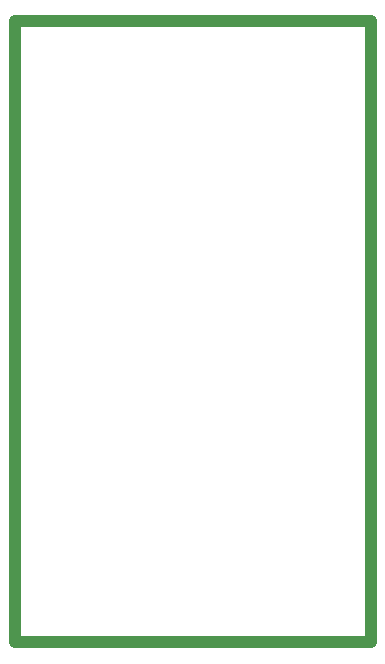
<source format=gm1>
G04*
G04 #@! TF.GenerationSoftware,Altium Limited,Altium Designer,20.1.14 (287)*
G04*
G04 Layer_Color=16711935*
%FSLAX25Y25*%
%MOIN*%
G70*
G04*
G04 #@! TF.SameCoordinates,4531C12C-93FC-4365-9EE7-7E3AE0C659AD*
G04*
G04*
G04 #@! TF.FilePolarity,Positive*
G04*
G01*
G75*
%ADD72C,0.03937*%
D72*
X-0Y0D02*
Y207000D01*
X118500Y207000D01*
Y-0D02*
Y207000D01*
X-0Y0D02*
X118500Y-0D01*
M02*

</source>
